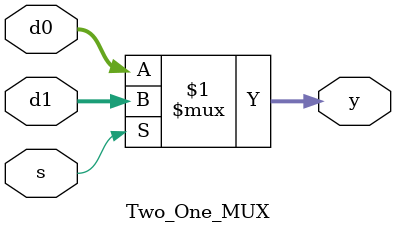
<source format=v>
module Two_One_MUX #(
    parameter WIDTH = 8
) (
    input [WIDTH-1:0] d0, d1,
    input s,
    output [WIDTH-1:0] y
);
    
    // MUX Select statement
    assign y = s ? d1 : d0;
endmodule
</source>
